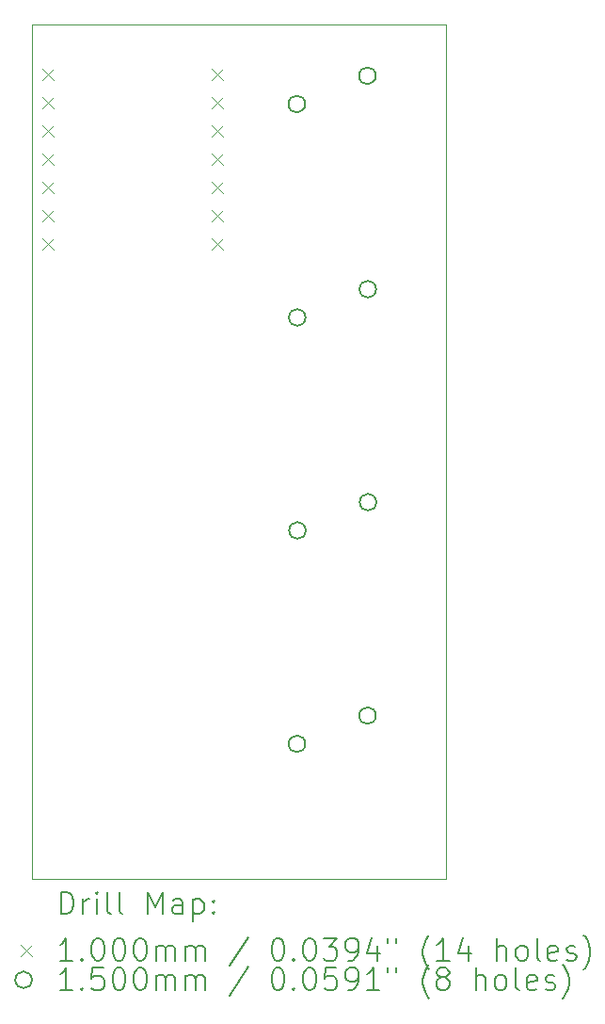
<source format=gbr>
%TF.GenerationSoftware,KiCad,Pcbnew,8.0.6*%
%TF.CreationDate,2024-11-02T08:18:00+08:00*%
%TF.ProjectId,macropad,6d616372-6f70-4616-942e-6b696361645f,rev?*%
%TF.SameCoordinates,Original*%
%TF.FileFunction,Drillmap*%
%TF.FilePolarity,Positive*%
%FSLAX45Y45*%
G04 Gerber Fmt 4.5, Leading zero omitted, Abs format (unit mm)*
G04 Created by KiCad (PCBNEW 8.0.6) date 2024-11-02 08:18:00*
%MOMM*%
%LPD*%
G01*
G04 APERTURE LIST*
%ADD10C,0.050000*%
%ADD11C,0.200000*%
%ADD12C,0.100000*%
%ADD13C,0.150000*%
G04 APERTURE END LIST*
D10*
X12680000Y-7690000D02*
X16400000Y-7690000D01*
X16400000Y-15370000D01*
X12680000Y-15370000D01*
X12680000Y-7690000D01*
D11*
D12*
X12770000Y-8089201D02*
X12870000Y-8189201D01*
X12870000Y-8089201D02*
X12770000Y-8189201D01*
X12770000Y-8343201D02*
X12870000Y-8443202D01*
X12870000Y-8343201D02*
X12770000Y-8443202D01*
X12770000Y-8597202D02*
X12870000Y-8697202D01*
X12870000Y-8597202D02*
X12770000Y-8697202D01*
X12770000Y-8851202D02*
X12870000Y-8951202D01*
X12870000Y-8851202D02*
X12770000Y-8951202D01*
X12770000Y-9105202D02*
X12870000Y-9205202D01*
X12870000Y-9105202D02*
X12770000Y-9205202D01*
X12770000Y-9359202D02*
X12870000Y-9459202D01*
X12870000Y-9359202D02*
X12770000Y-9459202D01*
X12770000Y-9613202D02*
X12870000Y-9713202D01*
X12870000Y-9613202D02*
X12770000Y-9713202D01*
X14295000Y-8089201D02*
X14395000Y-8189201D01*
X14395000Y-8089201D02*
X14295000Y-8189201D01*
X14295000Y-8343201D02*
X14395000Y-8443202D01*
X14395000Y-8343201D02*
X14295000Y-8443202D01*
X14295000Y-8597202D02*
X14395000Y-8697202D01*
X14395000Y-8597202D02*
X14295000Y-8697202D01*
X14295000Y-8851202D02*
X14395000Y-8951202D01*
X14395000Y-8851202D02*
X14295000Y-8951202D01*
X14295000Y-9105202D02*
X14395000Y-9205202D01*
X14395000Y-9105202D02*
X14295000Y-9205202D01*
X14295000Y-9359202D02*
X14395000Y-9459202D01*
X14395000Y-9359202D02*
X14295000Y-9459202D01*
X14295000Y-9613202D02*
X14395000Y-9713202D01*
X14395000Y-9613202D02*
X14295000Y-9713202D01*
D13*
X15136000Y-8405253D02*
G75*
G02*
X14986000Y-8405253I-75000J0D01*
G01*
X14986000Y-8405253D02*
G75*
G02*
X15136000Y-8405253I75000J0D01*
G01*
X15137400Y-14155863D02*
G75*
G02*
X14987400Y-14155863I-75000J0D01*
G01*
X14987400Y-14155863D02*
G75*
G02*
X15137400Y-14155863I75000J0D01*
G01*
X15140000Y-10323410D02*
G75*
G02*
X14990000Y-10323410I-75000J0D01*
G01*
X14990000Y-10323410D02*
G75*
G02*
X15140000Y-10323410I75000J0D01*
G01*
X15141600Y-12237610D02*
G75*
G02*
X14991600Y-12237610I-75000J0D01*
G01*
X14991600Y-12237610D02*
G75*
G02*
X15141600Y-12237610I75000J0D01*
G01*
X15771000Y-8151253D02*
G75*
G02*
X15621000Y-8151253I-75000J0D01*
G01*
X15621000Y-8151253D02*
G75*
G02*
X15771000Y-8151253I75000J0D01*
G01*
X15772400Y-13901863D02*
G75*
G02*
X15622400Y-13901863I-75000J0D01*
G01*
X15622400Y-13901863D02*
G75*
G02*
X15772400Y-13901863I75000J0D01*
G01*
X15775000Y-10069410D02*
G75*
G02*
X15625000Y-10069410I-75000J0D01*
G01*
X15625000Y-10069410D02*
G75*
G02*
X15775000Y-10069410I75000J0D01*
G01*
X15776600Y-11983610D02*
G75*
G02*
X15626600Y-11983610I-75000J0D01*
G01*
X15626600Y-11983610D02*
G75*
G02*
X15776600Y-11983610I75000J0D01*
G01*
D11*
X12938277Y-15683984D02*
X12938277Y-15483984D01*
X12938277Y-15483984D02*
X12985896Y-15483984D01*
X12985896Y-15483984D02*
X13014467Y-15493508D01*
X13014467Y-15493508D02*
X13033515Y-15512555D01*
X13033515Y-15512555D02*
X13043039Y-15531603D01*
X13043039Y-15531603D02*
X13052562Y-15569698D01*
X13052562Y-15569698D02*
X13052562Y-15598269D01*
X13052562Y-15598269D02*
X13043039Y-15636365D01*
X13043039Y-15636365D02*
X13033515Y-15655412D01*
X13033515Y-15655412D02*
X13014467Y-15674460D01*
X13014467Y-15674460D02*
X12985896Y-15683984D01*
X12985896Y-15683984D02*
X12938277Y-15683984D01*
X13138277Y-15683984D02*
X13138277Y-15550650D01*
X13138277Y-15588746D02*
X13147801Y-15569698D01*
X13147801Y-15569698D02*
X13157324Y-15560174D01*
X13157324Y-15560174D02*
X13176372Y-15550650D01*
X13176372Y-15550650D02*
X13195420Y-15550650D01*
X13262086Y-15683984D02*
X13262086Y-15550650D01*
X13262086Y-15483984D02*
X13252562Y-15493508D01*
X13252562Y-15493508D02*
X13262086Y-15503031D01*
X13262086Y-15503031D02*
X13271610Y-15493508D01*
X13271610Y-15493508D02*
X13262086Y-15483984D01*
X13262086Y-15483984D02*
X13262086Y-15503031D01*
X13385896Y-15683984D02*
X13366848Y-15674460D01*
X13366848Y-15674460D02*
X13357324Y-15655412D01*
X13357324Y-15655412D02*
X13357324Y-15483984D01*
X13490658Y-15683984D02*
X13471610Y-15674460D01*
X13471610Y-15674460D02*
X13462086Y-15655412D01*
X13462086Y-15655412D02*
X13462086Y-15483984D01*
X13719229Y-15683984D02*
X13719229Y-15483984D01*
X13719229Y-15483984D02*
X13785896Y-15626841D01*
X13785896Y-15626841D02*
X13852562Y-15483984D01*
X13852562Y-15483984D02*
X13852562Y-15683984D01*
X14033515Y-15683984D02*
X14033515Y-15579222D01*
X14033515Y-15579222D02*
X14023991Y-15560174D01*
X14023991Y-15560174D02*
X14004943Y-15550650D01*
X14004943Y-15550650D02*
X13966848Y-15550650D01*
X13966848Y-15550650D02*
X13947801Y-15560174D01*
X14033515Y-15674460D02*
X14014467Y-15683984D01*
X14014467Y-15683984D02*
X13966848Y-15683984D01*
X13966848Y-15683984D02*
X13947801Y-15674460D01*
X13947801Y-15674460D02*
X13938277Y-15655412D01*
X13938277Y-15655412D02*
X13938277Y-15636365D01*
X13938277Y-15636365D02*
X13947801Y-15617317D01*
X13947801Y-15617317D02*
X13966848Y-15607793D01*
X13966848Y-15607793D02*
X14014467Y-15607793D01*
X14014467Y-15607793D02*
X14033515Y-15598269D01*
X14128753Y-15550650D02*
X14128753Y-15750650D01*
X14128753Y-15560174D02*
X14147801Y-15550650D01*
X14147801Y-15550650D02*
X14185896Y-15550650D01*
X14185896Y-15550650D02*
X14204943Y-15560174D01*
X14204943Y-15560174D02*
X14214467Y-15569698D01*
X14214467Y-15569698D02*
X14223991Y-15588746D01*
X14223991Y-15588746D02*
X14223991Y-15645888D01*
X14223991Y-15645888D02*
X14214467Y-15664936D01*
X14214467Y-15664936D02*
X14204943Y-15674460D01*
X14204943Y-15674460D02*
X14185896Y-15683984D01*
X14185896Y-15683984D02*
X14147801Y-15683984D01*
X14147801Y-15683984D02*
X14128753Y-15674460D01*
X14309705Y-15664936D02*
X14319229Y-15674460D01*
X14319229Y-15674460D02*
X14309705Y-15683984D01*
X14309705Y-15683984D02*
X14300182Y-15674460D01*
X14300182Y-15674460D02*
X14309705Y-15664936D01*
X14309705Y-15664936D02*
X14309705Y-15683984D01*
X14309705Y-15560174D02*
X14319229Y-15569698D01*
X14319229Y-15569698D02*
X14309705Y-15579222D01*
X14309705Y-15579222D02*
X14300182Y-15569698D01*
X14300182Y-15569698D02*
X14309705Y-15560174D01*
X14309705Y-15560174D02*
X14309705Y-15579222D01*
D12*
X12577500Y-15962500D02*
X12677500Y-16062500D01*
X12677500Y-15962500D02*
X12577500Y-16062500D01*
D11*
X13043039Y-16103984D02*
X12928753Y-16103984D01*
X12985896Y-16103984D02*
X12985896Y-15903984D01*
X12985896Y-15903984D02*
X12966848Y-15932555D01*
X12966848Y-15932555D02*
X12947801Y-15951603D01*
X12947801Y-15951603D02*
X12928753Y-15961127D01*
X13128753Y-16084936D02*
X13138277Y-16094460D01*
X13138277Y-16094460D02*
X13128753Y-16103984D01*
X13128753Y-16103984D02*
X13119229Y-16094460D01*
X13119229Y-16094460D02*
X13128753Y-16084936D01*
X13128753Y-16084936D02*
X13128753Y-16103984D01*
X13262086Y-15903984D02*
X13281134Y-15903984D01*
X13281134Y-15903984D02*
X13300182Y-15913508D01*
X13300182Y-15913508D02*
X13309705Y-15923031D01*
X13309705Y-15923031D02*
X13319229Y-15942079D01*
X13319229Y-15942079D02*
X13328753Y-15980174D01*
X13328753Y-15980174D02*
X13328753Y-16027793D01*
X13328753Y-16027793D02*
X13319229Y-16065888D01*
X13319229Y-16065888D02*
X13309705Y-16084936D01*
X13309705Y-16084936D02*
X13300182Y-16094460D01*
X13300182Y-16094460D02*
X13281134Y-16103984D01*
X13281134Y-16103984D02*
X13262086Y-16103984D01*
X13262086Y-16103984D02*
X13243039Y-16094460D01*
X13243039Y-16094460D02*
X13233515Y-16084936D01*
X13233515Y-16084936D02*
X13223991Y-16065888D01*
X13223991Y-16065888D02*
X13214467Y-16027793D01*
X13214467Y-16027793D02*
X13214467Y-15980174D01*
X13214467Y-15980174D02*
X13223991Y-15942079D01*
X13223991Y-15942079D02*
X13233515Y-15923031D01*
X13233515Y-15923031D02*
X13243039Y-15913508D01*
X13243039Y-15913508D02*
X13262086Y-15903984D01*
X13452562Y-15903984D02*
X13471610Y-15903984D01*
X13471610Y-15903984D02*
X13490658Y-15913508D01*
X13490658Y-15913508D02*
X13500182Y-15923031D01*
X13500182Y-15923031D02*
X13509705Y-15942079D01*
X13509705Y-15942079D02*
X13519229Y-15980174D01*
X13519229Y-15980174D02*
X13519229Y-16027793D01*
X13519229Y-16027793D02*
X13509705Y-16065888D01*
X13509705Y-16065888D02*
X13500182Y-16084936D01*
X13500182Y-16084936D02*
X13490658Y-16094460D01*
X13490658Y-16094460D02*
X13471610Y-16103984D01*
X13471610Y-16103984D02*
X13452562Y-16103984D01*
X13452562Y-16103984D02*
X13433515Y-16094460D01*
X13433515Y-16094460D02*
X13423991Y-16084936D01*
X13423991Y-16084936D02*
X13414467Y-16065888D01*
X13414467Y-16065888D02*
X13404943Y-16027793D01*
X13404943Y-16027793D02*
X13404943Y-15980174D01*
X13404943Y-15980174D02*
X13414467Y-15942079D01*
X13414467Y-15942079D02*
X13423991Y-15923031D01*
X13423991Y-15923031D02*
X13433515Y-15913508D01*
X13433515Y-15913508D02*
X13452562Y-15903984D01*
X13643039Y-15903984D02*
X13662086Y-15903984D01*
X13662086Y-15903984D02*
X13681134Y-15913508D01*
X13681134Y-15913508D02*
X13690658Y-15923031D01*
X13690658Y-15923031D02*
X13700182Y-15942079D01*
X13700182Y-15942079D02*
X13709705Y-15980174D01*
X13709705Y-15980174D02*
X13709705Y-16027793D01*
X13709705Y-16027793D02*
X13700182Y-16065888D01*
X13700182Y-16065888D02*
X13690658Y-16084936D01*
X13690658Y-16084936D02*
X13681134Y-16094460D01*
X13681134Y-16094460D02*
X13662086Y-16103984D01*
X13662086Y-16103984D02*
X13643039Y-16103984D01*
X13643039Y-16103984D02*
X13623991Y-16094460D01*
X13623991Y-16094460D02*
X13614467Y-16084936D01*
X13614467Y-16084936D02*
X13604943Y-16065888D01*
X13604943Y-16065888D02*
X13595420Y-16027793D01*
X13595420Y-16027793D02*
X13595420Y-15980174D01*
X13595420Y-15980174D02*
X13604943Y-15942079D01*
X13604943Y-15942079D02*
X13614467Y-15923031D01*
X13614467Y-15923031D02*
X13623991Y-15913508D01*
X13623991Y-15913508D02*
X13643039Y-15903984D01*
X13795420Y-16103984D02*
X13795420Y-15970650D01*
X13795420Y-15989698D02*
X13804943Y-15980174D01*
X13804943Y-15980174D02*
X13823991Y-15970650D01*
X13823991Y-15970650D02*
X13852563Y-15970650D01*
X13852563Y-15970650D02*
X13871610Y-15980174D01*
X13871610Y-15980174D02*
X13881134Y-15999222D01*
X13881134Y-15999222D02*
X13881134Y-16103984D01*
X13881134Y-15999222D02*
X13890658Y-15980174D01*
X13890658Y-15980174D02*
X13909705Y-15970650D01*
X13909705Y-15970650D02*
X13938277Y-15970650D01*
X13938277Y-15970650D02*
X13957324Y-15980174D01*
X13957324Y-15980174D02*
X13966848Y-15999222D01*
X13966848Y-15999222D02*
X13966848Y-16103984D01*
X14062086Y-16103984D02*
X14062086Y-15970650D01*
X14062086Y-15989698D02*
X14071610Y-15980174D01*
X14071610Y-15980174D02*
X14090658Y-15970650D01*
X14090658Y-15970650D02*
X14119229Y-15970650D01*
X14119229Y-15970650D02*
X14138277Y-15980174D01*
X14138277Y-15980174D02*
X14147801Y-15999222D01*
X14147801Y-15999222D02*
X14147801Y-16103984D01*
X14147801Y-15999222D02*
X14157324Y-15980174D01*
X14157324Y-15980174D02*
X14176372Y-15970650D01*
X14176372Y-15970650D02*
X14204943Y-15970650D01*
X14204943Y-15970650D02*
X14223991Y-15980174D01*
X14223991Y-15980174D02*
X14233515Y-15999222D01*
X14233515Y-15999222D02*
X14233515Y-16103984D01*
X14623991Y-15894460D02*
X14452563Y-16151603D01*
X14881134Y-15903984D02*
X14900182Y-15903984D01*
X14900182Y-15903984D02*
X14919229Y-15913508D01*
X14919229Y-15913508D02*
X14928753Y-15923031D01*
X14928753Y-15923031D02*
X14938277Y-15942079D01*
X14938277Y-15942079D02*
X14947801Y-15980174D01*
X14947801Y-15980174D02*
X14947801Y-16027793D01*
X14947801Y-16027793D02*
X14938277Y-16065888D01*
X14938277Y-16065888D02*
X14928753Y-16084936D01*
X14928753Y-16084936D02*
X14919229Y-16094460D01*
X14919229Y-16094460D02*
X14900182Y-16103984D01*
X14900182Y-16103984D02*
X14881134Y-16103984D01*
X14881134Y-16103984D02*
X14862086Y-16094460D01*
X14862086Y-16094460D02*
X14852563Y-16084936D01*
X14852563Y-16084936D02*
X14843039Y-16065888D01*
X14843039Y-16065888D02*
X14833515Y-16027793D01*
X14833515Y-16027793D02*
X14833515Y-15980174D01*
X14833515Y-15980174D02*
X14843039Y-15942079D01*
X14843039Y-15942079D02*
X14852563Y-15923031D01*
X14852563Y-15923031D02*
X14862086Y-15913508D01*
X14862086Y-15913508D02*
X14881134Y-15903984D01*
X15033515Y-16084936D02*
X15043039Y-16094460D01*
X15043039Y-16094460D02*
X15033515Y-16103984D01*
X15033515Y-16103984D02*
X15023991Y-16094460D01*
X15023991Y-16094460D02*
X15033515Y-16084936D01*
X15033515Y-16084936D02*
X15033515Y-16103984D01*
X15166848Y-15903984D02*
X15185896Y-15903984D01*
X15185896Y-15903984D02*
X15204944Y-15913508D01*
X15204944Y-15913508D02*
X15214467Y-15923031D01*
X15214467Y-15923031D02*
X15223991Y-15942079D01*
X15223991Y-15942079D02*
X15233515Y-15980174D01*
X15233515Y-15980174D02*
X15233515Y-16027793D01*
X15233515Y-16027793D02*
X15223991Y-16065888D01*
X15223991Y-16065888D02*
X15214467Y-16084936D01*
X15214467Y-16084936D02*
X15204944Y-16094460D01*
X15204944Y-16094460D02*
X15185896Y-16103984D01*
X15185896Y-16103984D02*
X15166848Y-16103984D01*
X15166848Y-16103984D02*
X15147801Y-16094460D01*
X15147801Y-16094460D02*
X15138277Y-16084936D01*
X15138277Y-16084936D02*
X15128753Y-16065888D01*
X15128753Y-16065888D02*
X15119229Y-16027793D01*
X15119229Y-16027793D02*
X15119229Y-15980174D01*
X15119229Y-15980174D02*
X15128753Y-15942079D01*
X15128753Y-15942079D02*
X15138277Y-15923031D01*
X15138277Y-15923031D02*
X15147801Y-15913508D01*
X15147801Y-15913508D02*
X15166848Y-15903984D01*
X15300182Y-15903984D02*
X15423991Y-15903984D01*
X15423991Y-15903984D02*
X15357325Y-15980174D01*
X15357325Y-15980174D02*
X15385896Y-15980174D01*
X15385896Y-15980174D02*
X15404944Y-15989698D01*
X15404944Y-15989698D02*
X15414467Y-15999222D01*
X15414467Y-15999222D02*
X15423991Y-16018269D01*
X15423991Y-16018269D02*
X15423991Y-16065888D01*
X15423991Y-16065888D02*
X15414467Y-16084936D01*
X15414467Y-16084936D02*
X15404944Y-16094460D01*
X15404944Y-16094460D02*
X15385896Y-16103984D01*
X15385896Y-16103984D02*
X15328753Y-16103984D01*
X15328753Y-16103984D02*
X15309706Y-16094460D01*
X15309706Y-16094460D02*
X15300182Y-16084936D01*
X15519229Y-16103984D02*
X15557325Y-16103984D01*
X15557325Y-16103984D02*
X15576372Y-16094460D01*
X15576372Y-16094460D02*
X15585896Y-16084936D01*
X15585896Y-16084936D02*
X15604944Y-16056365D01*
X15604944Y-16056365D02*
X15614467Y-16018269D01*
X15614467Y-16018269D02*
X15614467Y-15942079D01*
X15614467Y-15942079D02*
X15604944Y-15923031D01*
X15604944Y-15923031D02*
X15595420Y-15913508D01*
X15595420Y-15913508D02*
X15576372Y-15903984D01*
X15576372Y-15903984D02*
X15538277Y-15903984D01*
X15538277Y-15903984D02*
X15519229Y-15913508D01*
X15519229Y-15913508D02*
X15509706Y-15923031D01*
X15509706Y-15923031D02*
X15500182Y-15942079D01*
X15500182Y-15942079D02*
X15500182Y-15989698D01*
X15500182Y-15989698D02*
X15509706Y-16008746D01*
X15509706Y-16008746D02*
X15519229Y-16018269D01*
X15519229Y-16018269D02*
X15538277Y-16027793D01*
X15538277Y-16027793D02*
X15576372Y-16027793D01*
X15576372Y-16027793D02*
X15595420Y-16018269D01*
X15595420Y-16018269D02*
X15604944Y-16008746D01*
X15604944Y-16008746D02*
X15614467Y-15989698D01*
X15785896Y-15970650D02*
X15785896Y-16103984D01*
X15738277Y-15894460D02*
X15690658Y-16037317D01*
X15690658Y-16037317D02*
X15814467Y-16037317D01*
X15881134Y-15903984D02*
X15881134Y-15942079D01*
X15957325Y-15903984D02*
X15957325Y-15942079D01*
X16252563Y-16180174D02*
X16243039Y-16170650D01*
X16243039Y-16170650D02*
X16223991Y-16142079D01*
X16223991Y-16142079D02*
X16214468Y-16123031D01*
X16214468Y-16123031D02*
X16204944Y-16094460D01*
X16204944Y-16094460D02*
X16195420Y-16046841D01*
X16195420Y-16046841D02*
X16195420Y-16008746D01*
X16195420Y-16008746D02*
X16204944Y-15961127D01*
X16204944Y-15961127D02*
X16214468Y-15932555D01*
X16214468Y-15932555D02*
X16223991Y-15913508D01*
X16223991Y-15913508D02*
X16243039Y-15884936D01*
X16243039Y-15884936D02*
X16252563Y-15875412D01*
X16433515Y-16103984D02*
X16319229Y-16103984D01*
X16376372Y-16103984D02*
X16376372Y-15903984D01*
X16376372Y-15903984D02*
X16357325Y-15932555D01*
X16357325Y-15932555D02*
X16338277Y-15951603D01*
X16338277Y-15951603D02*
X16319229Y-15961127D01*
X16604944Y-15970650D02*
X16604944Y-16103984D01*
X16557325Y-15894460D02*
X16509706Y-16037317D01*
X16509706Y-16037317D02*
X16633515Y-16037317D01*
X16862087Y-16103984D02*
X16862087Y-15903984D01*
X16947801Y-16103984D02*
X16947801Y-15999222D01*
X16947801Y-15999222D02*
X16938277Y-15980174D01*
X16938277Y-15980174D02*
X16919230Y-15970650D01*
X16919230Y-15970650D02*
X16890658Y-15970650D01*
X16890658Y-15970650D02*
X16871611Y-15980174D01*
X16871611Y-15980174D02*
X16862087Y-15989698D01*
X17071611Y-16103984D02*
X17052563Y-16094460D01*
X17052563Y-16094460D02*
X17043039Y-16084936D01*
X17043039Y-16084936D02*
X17033515Y-16065888D01*
X17033515Y-16065888D02*
X17033515Y-16008746D01*
X17033515Y-16008746D02*
X17043039Y-15989698D01*
X17043039Y-15989698D02*
X17052563Y-15980174D01*
X17052563Y-15980174D02*
X17071611Y-15970650D01*
X17071611Y-15970650D02*
X17100182Y-15970650D01*
X17100182Y-15970650D02*
X17119230Y-15980174D01*
X17119230Y-15980174D02*
X17128753Y-15989698D01*
X17128753Y-15989698D02*
X17138277Y-16008746D01*
X17138277Y-16008746D02*
X17138277Y-16065888D01*
X17138277Y-16065888D02*
X17128753Y-16084936D01*
X17128753Y-16084936D02*
X17119230Y-16094460D01*
X17119230Y-16094460D02*
X17100182Y-16103984D01*
X17100182Y-16103984D02*
X17071611Y-16103984D01*
X17252563Y-16103984D02*
X17233515Y-16094460D01*
X17233515Y-16094460D02*
X17223992Y-16075412D01*
X17223992Y-16075412D02*
X17223992Y-15903984D01*
X17404944Y-16094460D02*
X17385896Y-16103984D01*
X17385896Y-16103984D02*
X17347801Y-16103984D01*
X17347801Y-16103984D02*
X17328753Y-16094460D01*
X17328753Y-16094460D02*
X17319230Y-16075412D01*
X17319230Y-16075412D02*
X17319230Y-15999222D01*
X17319230Y-15999222D02*
X17328753Y-15980174D01*
X17328753Y-15980174D02*
X17347801Y-15970650D01*
X17347801Y-15970650D02*
X17385896Y-15970650D01*
X17385896Y-15970650D02*
X17404944Y-15980174D01*
X17404944Y-15980174D02*
X17414468Y-15999222D01*
X17414468Y-15999222D02*
X17414468Y-16018269D01*
X17414468Y-16018269D02*
X17319230Y-16037317D01*
X17490658Y-16094460D02*
X17509706Y-16103984D01*
X17509706Y-16103984D02*
X17547801Y-16103984D01*
X17547801Y-16103984D02*
X17566849Y-16094460D01*
X17566849Y-16094460D02*
X17576373Y-16075412D01*
X17576373Y-16075412D02*
X17576373Y-16065888D01*
X17576373Y-16065888D02*
X17566849Y-16046841D01*
X17566849Y-16046841D02*
X17547801Y-16037317D01*
X17547801Y-16037317D02*
X17519230Y-16037317D01*
X17519230Y-16037317D02*
X17500182Y-16027793D01*
X17500182Y-16027793D02*
X17490658Y-16008746D01*
X17490658Y-16008746D02*
X17490658Y-15999222D01*
X17490658Y-15999222D02*
X17500182Y-15980174D01*
X17500182Y-15980174D02*
X17519230Y-15970650D01*
X17519230Y-15970650D02*
X17547801Y-15970650D01*
X17547801Y-15970650D02*
X17566849Y-15980174D01*
X17643039Y-16180174D02*
X17652563Y-16170650D01*
X17652563Y-16170650D02*
X17671611Y-16142079D01*
X17671611Y-16142079D02*
X17681134Y-16123031D01*
X17681134Y-16123031D02*
X17690658Y-16094460D01*
X17690658Y-16094460D02*
X17700182Y-16046841D01*
X17700182Y-16046841D02*
X17700182Y-16008746D01*
X17700182Y-16008746D02*
X17690658Y-15961127D01*
X17690658Y-15961127D02*
X17681134Y-15932555D01*
X17681134Y-15932555D02*
X17671611Y-15913508D01*
X17671611Y-15913508D02*
X17652563Y-15884936D01*
X17652563Y-15884936D02*
X17643039Y-15875412D01*
D13*
X12677500Y-16276500D02*
G75*
G02*
X12527500Y-16276500I-75000J0D01*
G01*
X12527500Y-16276500D02*
G75*
G02*
X12677500Y-16276500I75000J0D01*
G01*
D11*
X13043039Y-16367984D02*
X12928753Y-16367984D01*
X12985896Y-16367984D02*
X12985896Y-16167984D01*
X12985896Y-16167984D02*
X12966848Y-16196555D01*
X12966848Y-16196555D02*
X12947801Y-16215603D01*
X12947801Y-16215603D02*
X12928753Y-16225127D01*
X13128753Y-16348936D02*
X13138277Y-16358460D01*
X13138277Y-16358460D02*
X13128753Y-16367984D01*
X13128753Y-16367984D02*
X13119229Y-16358460D01*
X13119229Y-16358460D02*
X13128753Y-16348936D01*
X13128753Y-16348936D02*
X13128753Y-16367984D01*
X13319229Y-16167984D02*
X13223991Y-16167984D01*
X13223991Y-16167984D02*
X13214467Y-16263222D01*
X13214467Y-16263222D02*
X13223991Y-16253698D01*
X13223991Y-16253698D02*
X13243039Y-16244174D01*
X13243039Y-16244174D02*
X13290658Y-16244174D01*
X13290658Y-16244174D02*
X13309705Y-16253698D01*
X13309705Y-16253698D02*
X13319229Y-16263222D01*
X13319229Y-16263222D02*
X13328753Y-16282269D01*
X13328753Y-16282269D02*
X13328753Y-16329888D01*
X13328753Y-16329888D02*
X13319229Y-16348936D01*
X13319229Y-16348936D02*
X13309705Y-16358460D01*
X13309705Y-16358460D02*
X13290658Y-16367984D01*
X13290658Y-16367984D02*
X13243039Y-16367984D01*
X13243039Y-16367984D02*
X13223991Y-16358460D01*
X13223991Y-16358460D02*
X13214467Y-16348936D01*
X13452562Y-16167984D02*
X13471610Y-16167984D01*
X13471610Y-16167984D02*
X13490658Y-16177508D01*
X13490658Y-16177508D02*
X13500182Y-16187031D01*
X13500182Y-16187031D02*
X13509705Y-16206079D01*
X13509705Y-16206079D02*
X13519229Y-16244174D01*
X13519229Y-16244174D02*
X13519229Y-16291793D01*
X13519229Y-16291793D02*
X13509705Y-16329888D01*
X13509705Y-16329888D02*
X13500182Y-16348936D01*
X13500182Y-16348936D02*
X13490658Y-16358460D01*
X13490658Y-16358460D02*
X13471610Y-16367984D01*
X13471610Y-16367984D02*
X13452562Y-16367984D01*
X13452562Y-16367984D02*
X13433515Y-16358460D01*
X13433515Y-16358460D02*
X13423991Y-16348936D01*
X13423991Y-16348936D02*
X13414467Y-16329888D01*
X13414467Y-16329888D02*
X13404943Y-16291793D01*
X13404943Y-16291793D02*
X13404943Y-16244174D01*
X13404943Y-16244174D02*
X13414467Y-16206079D01*
X13414467Y-16206079D02*
X13423991Y-16187031D01*
X13423991Y-16187031D02*
X13433515Y-16177508D01*
X13433515Y-16177508D02*
X13452562Y-16167984D01*
X13643039Y-16167984D02*
X13662086Y-16167984D01*
X13662086Y-16167984D02*
X13681134Y-16177508D01*
X13681134Y-16177508D02*
X13690658Y-16187031D01*
X13690658Y-16187031D02*
X13700182Y-16206079D01*
X13700182Y-16206079D02*
X13709705Y-16244174D01*
X13709705Y-16244174D02*
X13709705Y-16291793D01*
X13709705Y-16291793D02*
X13700182Y-16329888D01*
X13700182Y-16329888D02*
X13690658Y-16348936D01*
X13690658Y-16348936D02*
X13681134Y-16358460D01*
X13681134Y-16358460D02*
X13662086Y-16367984D01*
X13662086Y-16367984D02*
X13643039Y-16367984D01*
X13643039Y-16367984D02*
X13623991Y-16358460D01*
X13623991Y-16358460D02*
X13614467Y-16348936D01*
X13614467Y-16348936D02*
X13604943Y-16329888D01*
X13604943Y-16329888D02*
X13595420Y-16291793D01*
X13595420Y-16291793D02*
X13595420Y-16244174D01*
X13595420Y-16244174D02*
X13604943Y-16206079D01*
X13604943Y-16206079D02*
X13614467Y-16187031D01*
X13614467Y-16187031D02*
X13623991Y-16177508D01*
X13623991Y-16177508D02*
X13643039Y-16167984D01*
X13795420Y-16367984D02*
X13795420Y-16234650D01*
X13795420Y-16253698D02*
X13804943Y-16244174D01*
X13804943Y-16244174D02*
X13823991Y-16234650D01*
X13823991Y-16234650D02*
X13852563Y-16234650D01*
X13852563Y-16234650D02*
X13871610Y-16244174D01*
X13871610Y-16244174D02*
X13881134Y-16263222D01*
X13881134Y-16263222D02*
X13881134Y-16367984D01*
X13881134Y-16263222D02*
X13890658Y-16244174D01*
X13890658Y-16244174D02*
X13909705Y-16234650D01*
X13909705Y-16234650D02*
X13938277Y-16234650D01*
X13938277Y-16234650D02*
X13957324Y-16244174D01*
X13957324Y-16244174D02*
X13966848Y-16263222D01*
X13966848Y-16263222D02*
X13966848Y-16367984D01*
X14062086Y-16367984D02*
X14062086Y-16234650D01*
X14062086Y-16253698D02*
X14071610Y-16244174D01*
X14071610Y-16244174D02*
X14090658Y-16234650D01*
X14090658Y-16234650D02*
X14119229Y-16234650D01*
X14119229Y-16234650D02*
X14138277Y-16244174D01*
X14138277Y-16244174D02*
X14147801Y-16263222D01*
X14147801Y-16263222D02*
X14147801Y-16367984D01*
X14147801Y-16263222D02*
X14157324Y-16244174D01*
X14157324Y-16244174D02*
X14176372Y-16234650D01*
X14176372Y-16234650D02*
X14204943Y-16234650D01*
X14204943Y-16234650D02*
X14223991Y-16244174D01*
X14223991Y-16244174D02*
X14233515Y-16263222D01*
X14233515Y-16263222D02*
X14233515Y-16367984D01*
X14623991Y-16158460D02*
X14452563Y-16415603D01*
X14881134Y-16167984D02*
X14900182Y-16167984D01*
X14900182Y-16167984D02*
X14919229Y-16177508D01*
X14919229Y-16177508D02*
X14928753Y-16187031D01*
X14928753Y-16187031D02*
X14938277Y-16206079D01*
X14938277Y-16206079D02*
X14947801Y-16244174D01*
X14947801Y-16244174D02*
X14947801Y-16291793D01*
X14947801Y-16291793D02*
X14938277Y-16329888D01*
X14938277Y-16329888D02*
X14928753Y-16348936D01*
X14928753Y-16348936D02*
X14919229Y-16358460D01*
X14919229Y-16358460D02*
X14900182Y-16367984D01*
X14900182Y-16367984D02*
X14881134Y-16367984D01*
X14881134Y-16367984D02*
X14862086Y-16358460D01*
X14862086Y-16358460D02*
X14852563Y-16348936D01*
X14852563Y-16348936D02*
X14843039Y-16329888D01*
X14843039Y-16329888D02*
X14833515Y-16291793D01*
X14833515Y-16291793D02*
X14833515Y-16244174D01*
X14833515Y-16244174D02*
X14843039Y-16206079D01*
X14843039Y-16206079D02*
X14852563Y-16187031D01*
X14852563Y-16187031D02*
X14862086Y-16177508D01*
X14862086Y-16177508D02*
X14881134Y-16167984D01*
X15033515Y-16348936D02*
X15043039Y-16358460D01*
X15043039Y-16358460D02*
X15033515Y-16367984D01*
X15033515Y-16367984D02*
X15023991Y-16358460D01*
X15023991Y-16358460D02*
X15033515Y-16348936D01*
X15033515Y-16348936D02*
X15033515Y-16367984D01*
X15166848Y-16167984D02*
X15185896Y-16167984D01*
X15185896Y-16167984D02*
X15204944Y-16177508D01*
X15204944Y-16177508D02*
X15214467Y-16187031D01*
X15214467Y-16187031D02*
X15223991Y-16206079D01*
X15223991Y-16206079D02*
X15233515Y-16244174D01*
X15233515Y-16244174D02*
X15233515Y-16291793D01*
X15233515Y-16291793D02*
X15223991Y-16329888D01*
X15223991Y-16329888D02*
X15214467Y-16348936D01*
X15214467Y-16348936D02*
X15204944Y-16358460D01*
X15204944Y-16358460D02*
X15185896Y-16367984D01*
X15185896Y-16367984D02*
X15166848Y-16367984D01*
X15166848Y-16367984D02*
X15147801Y-16358460D01*
X15147801Y-16358460D02*
X15138277Y-16348936D01*
X15138277Y-16348936D02*
X15128753Y-16329888D01*
X15128753Y-16329888D02*
X15119229Y-16291793D01*
X15119229Y-16291793D02*
X15119229Y-16244174D01*
X15119229Y-16244174D02*
X15128753Y-16206079D01*
X15128753Y-16206079D02*
X15138277Y-16187031D01*
X15138277Y-16187031D02*
X15147801Y-16177508D01*
X15147801Y-16177508D02*
X15166848Y-16167984D01*
X15414467Y-16167984D02*
X15319229Y-16167984D01*
X15319229Y-16167984D02*
X15309706Y-16263222D01*
X15309706Y-16263222D02*
X15319229Y-16253698D01*
X15319229Y-16253698D02*
X15338277Y-16244174D01*
X15338277Y-16244174D02*
X15385896Y-16244174D01*
X15385896Y-16244174D02*
X15404944Y-16253698D01*
X15404944Y-16253698D02*
X15414467Y-16263222D01*
X15414467Y-16263222D02*
X15423991Y-16282269D01*
X15423991Y-16282269D02*
X15423991Y-16329888D01*
X15423991Y-16329888D02*
X15414467Y-16348936D01*
X15414467Y-16348936D02*
X15404944Y-16358460D01*
X15404944Y-16358460D02*
X15385896Y-16367984D01*
X15385896Y-16367984D02*
X15338277Y-16367984D01*
X15338277Y-16367984D02*
X15319229Y-16358460D01*
X15319229Y-16358460D02*
X15309706Y-16348936D01*
X15519229Y-16367984D02*
X15557325Y-16367984D01*
X15557325Y-16367984D02*
X15576372Y-16358460D01*
X15576372Y-16358460D02*
X15585896Y-16348936D01*
X15585896Y-16348936D02*
X15604944Y-16320365D01*
X15604944Y-16320365D02*
X15614467Y-16282269D01*
X15614467Y-16282269D02*
X15614467Y-16206079D01*
X15614467Y-16206079D02*
X15604944Y-16187031D01*
X15604944Y-16187031D02*
X15595420Y-16177508D01*
X15595420Y-16177508D02*
X15576372Y-16167984D01*
X15576372Y-16167984D02*
X15538277Y-16167984D01*
X15538277Y-16167984D02*
X15519229Y-16177508D01*
X15519229Y-16177508D02*
X15509706Y-16187031D01*
X15509706Y-16187031D02*
X15500182Y-16206079D01*
X15500182Y-16206079D02*
X15500182Y-16253698D01*
X15500182Y-16253698D02*
X15509706Y-16272746D01*
X15509706Y-16272746D02*
X15519229Y-16282269D01*
X15519229Y-16282269D02*
X15538277Y-16291793D01*
X15538277Y-16291793D02*
X15576372Y-16291793D01*
X15576372Y-16291793D02*
X15595420Y-16282269D01*
X15595420Y-16282269D02*
X15604944Y-16272746D01*
X15604944Y-16272746D02*
X15614467Y-16253698D01*
X15804944Y-16367984D02*
X15690658Y-16367984D01*
X15747801Y-16367984D02*
X15747801Y-16167984D01*
X15747801Y-16167984D02*
X15728753Y-16196555D01*
X15728753Y-16196555D02*
X15709706Y-16215603D01*
X15709706Y-16215603D02*
X15690658Y-16225127D01*
X15881134Y-16167984D02*
X15881134Y-16206079D01*
X15957325Y-16167984D02*
X15957325Y-16206079D01*
X16252563Y-16444174D02*
X16243039Y-16434650D01*
X16243039Y-16434650D02*
X16223991Y-16406079D01*
X16223991Y-16406079D02*
X16214468Y-16387031D01*
X16214468Y-16387031D02*
X16204944Y-16358460D01*
X16204944Y-16358460D02*
X16195420Y-16310841D01*
X16195420Y-16310841D02*
X16195420Y-16272746D01*
X16195420Y-16272746D02*
X16204944Y-16225127D01*
X16204944Y-16225127D02*
X16214468Y-16196555D01*
X16214468Y-16196555D02*
X16223991Y-16177508D01*
X16223991Y-16177508D02*
X16243039Y-16148936D01*
X16243039Y-16148936D02*
X16252563Y-16139412D01*
X16357325Y-16253698D02*
X16338277Y-16244174D01*
X16338277Y-16244174D02*
X16328753Y-16234650D01*
X16328753Y-16234650D02*
X16319229Y-16215603D01*
X16319229Y-16215603D02*
X16319229Y-16206079D01*
X16319229Y-16206079D02*
X16328753Y-16187031D01*
X16328753Y-16187031D02*
X16338277Y-16177508D01*
X16338277Y-16177508D02*
X16357325Y-16167984D01*
X16357325Y-16167984D02*
X16395420Y-16167984D01*
X16395420Y-16167984D02*
X16414468Y-16177508D01*
X16414468Y-16177508D02*
X16423991Y-16187031D01*
X16423991Y-16187031D02*
X16433515Y-16206079D01*
X16433515Y-16206079D02*
X16433515Y-16215603D01*
X16433515Y-16215603D02*
X16423991Y-16234650D01*
X16423991Y-16234650D02*
X16414468Y-16244174D01*
X16414468Y-16244174D02*
X16395420Y-16253698D01*
X16395420Y-16253698D02*
X16357325Y-16253698D01*
X16357325Y-16253698D02*
X16338277Y-16263222D01*
X16338277Y-16263222D02*
X16328753Y-16272746D01*
X16328753Y-16272746D02*
X16319229Y-16291793D01*
X16319229Y-16291793D02*
X16319229Y-16329888D01*
X16319229Y-16329888D02*
X16328753Y-16348936D01*
X16328753Y-16348936D02*
X16338277Y-16358460D01*
X16338277Y-16358460D02*
X16357325Y-16367984D01*
X16357325Y-16367984D02*
X16395420Y-16367984D01*
X16395420Y-16367984D02*
X16414468Y-16358460D01*
X16414468Y-16358460D02*
X16423991Y-16348936D01*
X16423991Y-16348936D02*
X16433515Y-16329888D01*
X16433515Y-16329888D02*
X16433515Y-16291793D01*
X16433515Y-16291793D02*
X16423991Y-16272746D01*
X16423991Y-16272746D02*
X16414468Y-16263222D01*
X16414468Y-16263222D02*
X16395420Y-16253698D01*
X16671610Y-16367984D02*
X16671610Y-16167984D01*
X16757325Y-16367984D02*
X16757325Y-16263222D01*
X16757325Y-16263222D02*
X16747801Y-16244174D01*
X16747801Y-16244174D02*
X16728753Y-16234650D01*
X16728753Y-16234650D02*
X16700182Y-16234650D01*
X16700182Y-16234650D02*
X16681134Y-16244174D01*
X16681134Y-16244174D02*
X16671610Y-16253698D01*
X16881134Y-16367984D02*
X16862087Y-16358460D01*
X16862087Y-16358460D02*
X16852563Y-16348936D01*
X16852563Y-16348936D02*
X16843039Y-16329888D01*
X16843039Y-16329888D02*
X16843039Y-16272746D01*
X16843039Y-16272746D02*
X16852563Y-16253698D01*
X16852563Y-16253698D02*
X16862087Y-16244174D01*
X16862087Y-16244174D02*
X16881134Y-16234650D01*
X16881134Y-16234650D02*
X16909706Y-16234650D01*
X16909706Y-16234650D02*
X16928753Y-16244174D01*
X16928753Y-16244174D02*
X16938277Y-16253698D01*
X16938277Y-16253698D02*
X16947801Y-16272746D01*
X16947801Y-16272746D02*
X16947801Y-16329888D01*
X16947801Y-16329888D02*
X16938277Y-16348936D01*
X16938277Y-16348936D02*
X16928753Y-16358460D01*
X16928753Y-16358460D02*
X16909706Y-16367984D01*
X16909706Y-16367984D02*
X16881134Y-16367984D01*
X17062087Y-16367984D02*
X17043039Y-16358460D01*
X17043039Y-16358460D02*
X17033515Y-16339412D01*
X17033515Y-16339412D02*
X17033515Y-16167984D01*
X17214468Y-16358460D02*
X17195420Y-16367984D01*
X17195420Y-16367984D02*
X17157325Y-16367984D01*
X17157325Y-16367984D02*
X17138277Y-16358460D01*
X17138277Y-16358460D02*
X17128753Y-16339412D01*
X17128753Y-16339412D02*
X17128753Y-16263222D01*
X17128753Y-16263222D02*
X17138277Y-16244174D01*
X17138277Y-16244174D02*
X17157325Y-16234650D01*
X17157325Y-16234650D02*
X17195420Y-16234650D01*
X17195420Y-16234650D02*
X17214468Y-16244174D01*
X17214468Y-16244174D02*
X17223992Y-16263222D01*
X17223992Y-16263222D02*
X17223992Y-16282269D01*
X17223992Y-16282269D02*
X17128753Y-16301317D01*
X17300182Y-16358460D02*
X17319230Y-16367984D01*
X17319230Y-16367984D02*
X17357325Y-16367984D01*
X17357325Y-16367984D02*
X17376373Y-16358460D01*
X17376373Y-16358460D02*
X17385896Y-16339412D01*
X17385896Y-16339412D02*
X17385896Y-16329888D01*
X17385896Y-16329888D02*
X17376373Y-16310841D01*
X17376373Y-16310841D02*
X17357325Y-16301317D01*
X17357325Y-16301317D02*
X17328753Y-16301317D01*
X17328753Y-16301317D02*
X17309706Y-16291793D01*
X17309706Y-16291793D02*
X17300182Y-16272746D01*
X17300182Y-16272746D02*
X17300182Y-16263222D01*
X17300182Y-16263222D02*
X17309706Y-16244174D01*
X17309706Y-16244174D02*
X17328753Y-16234650D01*
X17328753Y-16234650D02*
X17357325Y-16234650D01*
X17357325Y-16234650D02*
X17376373Y-16244174D01*
X17452563Y-16444174D02*
X17462087Y-16434650D01*
X17462087Y-16434650D02*
X17481134Y-16406079D01*
X17481134Y-16406079D02*
X17490658Y-16387031D01*
X17490658Y-16387031D02*
X17500182Y-16358460D01*
X17500182Y-16358460D02*
X17509706Y-16310841D01*
X17509706Y-16310841D02*
X17509706Y-16272746D01*
X17509706Y-16272746D02*
X17500182Y-16225127D01*
X17500182Y-16225127D02*
X17490658Y-16196555D01*
X17490658Y-16196555D02*
X17481134Y-16177508D01*
X17481134Y-16177508D02*
X17462087Y-16148936D01*
X17462087Y-16148936D02*
X17452563Y-16139412D01*
M02*

</source>
